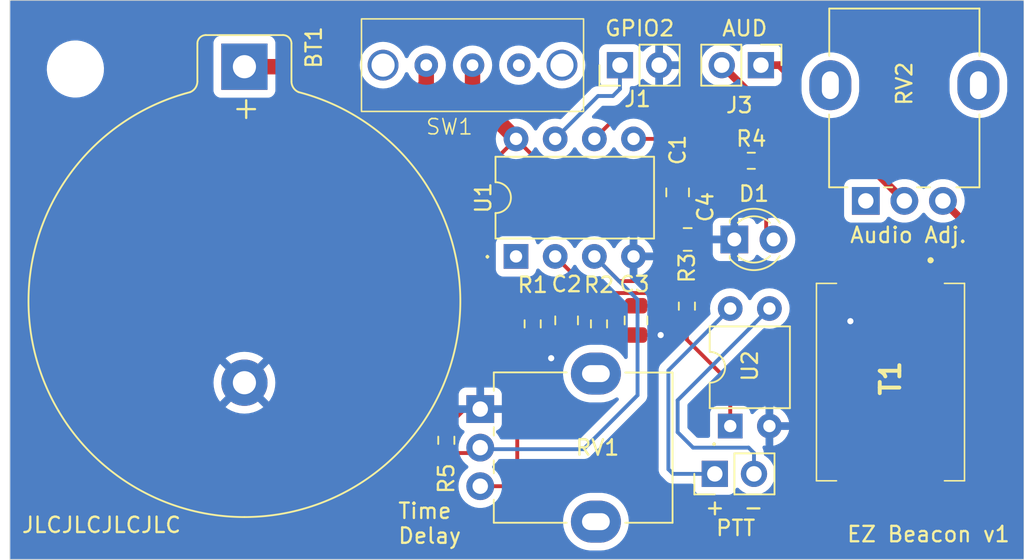
<source format=kicad_pcb>
(kicad_pcb (version 20221018) (generator pcbnew)
  (layers (0 "F.Cu" signal) (31 "B.Cu" signal) (34 "B.Paste" user) (35 "F.Paste" user) (36 "B.SilkS" user "B.Silkscreen") (37 "F.SilkS" user "F.Silkscreen") (38 "B.Mask" user) (39 "F.Mask" user) (44 "Edge.Cuts" user))
  (net 0 "")
  (net 1 "GND")
  (net 2 "Net-(BT1-+)")
  (net 3 "Net-(C2-Pad1)")
  (net 4 "CIPO")
  (net 5 "D2")
  (net 6 "COPI")
  (net 7 "RESET")
  (net 8 "Net-(J3-Pin_1)")
  (net 9 "Net-(J3-Pin_2)")
  (net 10 "+3.3V")
  (net 11 "D3")
  (net 12 "Net-(R3-Pad2)")
  (net 13 "ADC2")
  (net 16 "Net-(C3-Pad1)")
  (net 17 "Net-(J2-Pin_1)")
  (net 18 "Net-(J2-Pin_2)")
  (net 19 "Net-(D1-A)")
  (net 21 "Net-(RV2-Pad3)")
  (footprint "Capacitor_SMD:C_0805_2012Metric" (layer "F.Cu") (at 165.6 95.55 -90)
    (fp_text reference "C2" (at -2.35 0 -180) (layer "F.SilkS"))
    (fp_text value "20u")
    (fp_line (start -0.261252 -0.735) (end 0.261252 -0.735) (stroke (width 0.12)) (layer "F.SilkS"))
    (fp_line (start -0.261252 0.735) (end 0.261252 0.735) (stroke (width 0.12)) (layer "F.SilkS"))
    (pad "1" smd roundrect (at -0.95 0 270) (size 1 1.45) (layers "F.Cu" "F.Paste" "F.Mask") (net 3 "Net-(C2-Pad1)"))
    (pad "2" smd roundrect (at 0.95 0 270) (size 1 1.45) (layers "F.Cu" "F.Paste" "F.Mask") (net 1 "GND"))
  )
  (footprint "Connector_PinHeader_2.54mm:PinHeader_1x02_P2.54mm_Vertical" (layer "F.Cu") (at 178.2 79 -90)
    (fp_text reference "J3" (at 2.6 1.4 -180) (layer "F.SilkS"))
    (fp_text value "Conn_01x02_Socket" hide)
    (fp_line (start -1.33 -1.33) (end 0 -1.33) (stroke (width 0.12)) (layer "F.SilkS"))
    (fp_line (start -1.33 0) (end -1.33 -1.33) (stroke (width 0.12)) (layer "F.SilkS"))
    (fp_line (start -1.33 1.27) (end -1.33 3.87) (stroke (width 0.12)) (layer "F.SilkS"))
    (fp_line (start -1.33 1.27) (end 1.33 1.27) (stroke (width 0.12)) (layer "F.SilkS"))
    (fp_line (start -1.33 3.87) (end 1.33 3.87) (stroke (width 0.12)) (layer "F.SilkS"))
    (fp_line (start 1.33 1.27) (end 1.33 3.87) (stroke (width 0.12)) (layer "F.SilkS"))
    (pad "1" thru_hole rect (at 0 0 270) (size 1.7 1.7) (drill 1) (layers "*.Cu" "*.Mask") (net 8 "Net-(J3-Pin_1)"))
    (pad "2" thru_hole oval (at 0 2.54 270) (size 1.7 1.7) (drill 1) (layers "*.Cu" "*.Mask") (net 9 "Net-(J3-Pin_2)"))
  )
  (footprint "Resistor_SMD:R_0603_1608Metric" (layer "F.Cu") (at 167.7 95.775 90)
    (fp_text reference "R2" (at 2.525 0 180) (layer "F.SilkS"))
    (fp_text value "80")
    (fp_line (start -0.237258 -0.5225) (end 0.237258 -0.5225) (stroke (width 0.12)) (layer "F.SilkS"))
    (fp_line (start -0.237258 0.5225) (end 0.237258 0.5225) (stroke (width 0.12)) (layer "F.SilkS"))
    (pad "1" smd roundrect (at -0.825 0 90) (size 0.8 0.95) (layers "F.Cu" "F.Paste" "F.Mask") (net 3 "Net-(C2-Pad1)"))
    (pad "2" smd roundrect (at 0.825 0 90) (size 0.8 0.95) (layers "F.Cu" "F.Paste" "F.Mask") (net 16 "Net-(C3-Pad1)"))
  )
  (footprint "Resistor_SMD:R_0603_1608Metric" (layer "F.Cu") (at 173.4 94.625 -90)
    (fp_text reference "R3" (at -2.475 0 90) (layer "F.SilkS"))
    (fp_text value "100")
    (fp_line (start -0.237258 -0.5225) (end 0.237258 -0.5225) (stroke (width 0.12)) (layer "F.SilkS"))
    (fp_line (start -0.237258 0.5225) (end 0.237258 0.5225) (stroke (width 0.12)) (layer "F.SilkS"))
    (pad "1" smd roundrect (at -0.825 0 270) (size 0.8 0.95) (layers "F.Cu" "F.Paste" "F.Mask") (net 11 "D3"))
    (pad "2" smd roundrect (at 0.825 0 270) (size 0.8 0.95) (layers "F.Cu" "F.Paste" "F.Mask") (net 12 "Net-(R3-Pad2)"))
  )
  (footprint "Connector_PinHeader_2.54mm:PinHeader_1x02_P2.54mm_Vertical" (layer "F.Cu") (at 169.06 79 90)
    (fp_text reference "J1" (at -2.2 1.14 180) (layer "F.SilkS"))
    (fp_text value "Conn_01x02_Socket" hide)
    (fp_line (start -1.33 -1.33) (end 0 -1.33) (stroke (width 0.12)) (layer "F.SilkS"))
    (fp_line (start -1.33 0) (end -1.33 -1.33) (stroke (width 0.12)) (layer "F.SilkS"))
    (fp_line (start -1.33 1.27) (end -1.33 3.87) (stroke (width 0.12)) (layer "F.SilkS"))
    (fp_line (start -1.33 1.27) (end 1.33 1.27) (stroke (width 0.12)) (layer "F.SilkS"))
    (fp_line (start -1.33 3.87) (end 1.33 3.87) (stroke (width 0.12)) (layer "F.SilkS"))
    (fp_line (start 1.33 1.27) (end 1.33 3.87) (stroke (width 0.12)) (layer "F.SilkS"))
    (pad "1" thru_hole rect (at 0 0 90) (size 1.7 1.7) (drill 1) (layers "*.Cu" "*.Mask") (net 5 "D2"))
    (pad "2" thru_hole oval (at 0 2.54 90) (size 1.7 1.7) (drill 1) (layers "*.Cu" "*.Mask") (net 1 "GND"))
  )
  (footprint "Connector_PinHeader_2.54mm:PinHeader_1x02_P2.54mm_Vertical" (layer "F.Cu") (at 175.21 105.5 90)
    (fp_text reference "J2" hide)
    (fp_text value "Conn_01x02_Socket" hide)
    (fp_line (start -1.33 -1.33) (end 0 -1.33) (stroke (width 0.12)) (layer "F.SilkS"))
    (fp_line (start -1.33 0) (end -1.33 -1.33) (stroke (width 0.12)) (layer "F.SilkS"))
    (fp_line (start -1.33 1.27) (end -1.33 3.87) (stroke (width 0.12)) (layer "F.SilkS"))
    (fp_line (start -1.33 1.27) (end 1.33 1.27) (stroke (width 0.12)) (layer "F.SilkS"))
    (fp_line (start -1.33 3.87) (end 1.33 3.87) (stroke (width 0.12)) (layer "F.SilkS"))
    (fp_line (start 1.33 1.27) (end 1.33 3.87) (stroke (width 0.12)) (layer "F.SilkS"))
    (pad "1" thru_hole rect (at 0 0 90) (size 1.7 1.7) (drill 1) (layers "*.Cu" "*.Mask") (net 17 "Net-(J2-Pin_1)"))
    (pad "2" thru_hole oval (at 0 2.54 90) (size 1.7 1.7) (drill 1) (layers "*.Cu" "*.Mask") (net 18 "Net-(J2-Pin_2)"))
  )
  (footprint "Capacitor_SMD:C_0805_2012Metric" (layer "F.Cu") (at 173.45 90.3)
    (fp_text reference "C4" (at 1.15 -2.1 90) (layer "F.SilkS"))
    (fp_text value "1u")
    (fp_line (start -0.261252 -0.735) (end 0.261252 -0.735) (stroke (width 0.12)) (layer "F.SilkS"))
    (fp_line (start -0.261252 0.735) (end 0.261252 0.735) (stroke (width 0.12)) (layer "F.SilkS"))
    (pad "1" smd roundrect (at -0.95 0) (size 1 1.45) (layers "F.Cu" "F.Paste" "F.Mask") (net 13 "ADC2"))
    (pad "2" smd roundrect (at 0.95 0) (size 1 1.45) (layers "F.Cu" "F.Paste" "F.Mask") (net 1 "GND"))
  )
  (footprint "Library:SMLP5001E" (layer "F.Cu") (at 186.6 99.3 -90)
    (fp_text reference "T1" (at 0 0 -90) (layer "F.SilkS") (effects (font (size 1.27 1.27) (thickness 0.254))))
    (fp_text value "SM-LP-5001E" hide)
    (fp_line (start -7.65 -2.7) (end -7.65 -2.7) (stroke (width 0.2)) (layer "F.SilkS"))
    (fp_line (start -7.65 -2.5) (end -7.65 -2.5) (stroke (width 0.2)) (layer "F.SilkS"))
    (fp_line (start -6.15 -4.8) (end 6.65 -4.8) (stroke (width 0.1)) (layer "F.SilkS"))
    (fp_line (start -6.15 -3.5) (end -6.15 -4.8) (stroke (width 0.1)) (layer "F.SilkS"))
    (fp_line (start -6.15 3.5) (end -6.15 4.8) (stroke (width 0.1)) (layer "F.SilkS"))
    (fp_line (start -6.15 4.8) (end 6.65 4.8) (stroke (width 0.1)) (layer "F.SilkS"))
    (fp_line (start 6.65 -4.8) (end 6.65 -3.5) (stroke (width 0.1)) (layer "F.SilkS"))
    (fp_line (start 6.65 4.8) (end 6.65 3.5) (stroke (width 0.1)) (layer "F.SilkS"))
    (fp_arc (start -7.65 -2.7) (mid -7.55 -2.6) (end -7.65 -2.5) (stroke (width 0.2)) (layer "F.SilkS"))
    (fp_arc (start -7.65 -2.5) (mid -7.75 -2.6) (end -7.65 -2.7) (stroke (width 0.2)) (layer "F.SilkS"))
    (pad "1" smd rect (at -6 -2.54) (size 1.5 2.5) (layers "F.Cu" "F.Paste" "F.Mask") (net 16 "Net-(C3-Pad1)"))
    (pad "2" smd rect (at -6 0) (size 1.5 2.5) (layers "F.Cu" "F.Paste" "F.Mask"))
    (pad "3" smd rect (at -6 2.54) (size 1.5 2.5) (layers "F.Cu" "F.Paste" "F.Mask") (net 1 "GND"))
    (pad "4" smd rect (at 6.5 2.54) (size 1.5 2.5) (layers "F.Cu" "F.Paste" "F.Mask") (net 9 "Net-(J3-Pin_2)"))
    (pad "5" smd rect (at 6.5 0) (size 1.5 2.5) (layers "F.Cu" "F.Paste" "F.Mask"))
    (pad "6" smd rect (at 6.5 -2.54) (size 1.5 2.5) (layers "F.Cu" "F.Paste" "F.Mask") (net 21 "Net-(RV2-Pad3)"))
  )
  (footprint "Library:SLW-121586" (layer "F.Cu") (at 159.5 79)
    (fp_text reference "SW1" (at -1.5 4 unlocked) (layer "F.SilkS") (effects (font (thickness 0.1))))
    (fp_text value "SW_Push")
    (fp_rect (start -7.2 -3) (end 7.2 3) (stroke (width 0.1)) (fill none) (layer "F.SilkS"))
    (pad "" np_thru_hole circle (at -5.8 0) (size 2 2) (drill 1.5) (layers "F&B.Cu" "*.Mask"))
    (pad "" np_thru_hole circle (at 5.8 0) (size 2 2) (drill 1.5) (layers "F&B.Cu" "*.Mask"))
    (pad "1" thru_hole circle (at -3 0) (size 1.524 1.524) (drill 0.762) (layers "*.Cu" "*.Mask") (net 2 "Net-(BT1-+)"))
    (pad "2" thru_hole circle (at 0 0) (size 1.524 1.524) (drill 0.762) (layers "*.Cu" "*.Mask") (net 10 "+3.3V"))
    (pad "3" thru_hole circle (at 3 0) (size 1.524 1.524) (drill 0.762) (layers "*.Cu" "*.Mask"))
  )
  (footprint "LED_THT:LED_D3.0mm" (layer "F.Cu") (at 176.475 90.3)
    (fp_text reference "D1" (at 1.27 -2.96) (layer "F.SilkS"))
    (fp_text value "LED")
    (fp_line (start -0.29 -1.236) (end -0.29 -1.08) (stroke (width 0.12)) (layer "F.SilkS"))
    (fp_line (start -0.29 1.08) (end -0.29 1.236) (stroke (width 0.12)) (layer "F.SilkS"))
    (fp_arc (start -0.29 -1.235516) (mid 1.366487 -1.987659) (end 2.942335 -1.078608) (stroke (width 0.12)) (layer "F.SilkS"))
    (fp_arc (start 0.229039 -1.08) (mid 1.270117 -1.5) (end 2.31113 -1.079837) (stroke (width 0.12)) (layer "F.SilkS"))
    (fp_arc (start 2.31113 1.079837) (mid 1.270117 1.5) (end 0.229039 1.08) (stroke (width 0.12)) (layer "F.SilkS"))
    (fp_arc (start 2.942335 1.078608) (mid 1.366487 1.987659) (end -0.29 1.235516) (stroke (width 0.12)) (layer "F.SilkS"))
    (pad "1" thru_hole rect (at 0 0) (size 1.8 1.8) (drill 0.9) (layers "*.Cu" "*.Mask") (net 1 "GND"))
    (pad "2" thru_hole circle (at 2.54 0) (size 1.8 1.8) (drill 0.9) (layers "*.Cu" "*.Mask") (net 19 "Net-(D1-A)"))
  )
  (footprint "Package_DIP:DIP-8_W7.62mm" (layer "F.Cu") (at 162.32 91.4 90)
    (fp_text reference "U1" (at 3.8 -2.12 90) (layer "F.SilkS"))
    (fp_text value "ATtiny85-20P")
    (fp_line (start 1.16 -1.33) (end 1.16 8.95) (stroke (width 0.12)) (layer "F.SilkS"))
    (fp_line (start 1.16 8.95) (end 6.46 8.95) (stroke (width 0.12)) (layer "F.SilkS"))
    (fp_line (start 2.81 -1.33) (end 1.16 -1.33) (stroke (width 0.12)) (layer "F.SilkS"))
    (fp_line (start 6.46 -1.33) (end 4.81 -1.33) (stroke (width 0.12)) (layer "F.SilkS"))
    (fp_line (start 6.46 8.95) (end 6.46 -1.33) (stroke (width 0.12)) (layer "F.SilkS"))
    (fp_arc (start 4.81 -1.33) (mid 3.81 -0.33) (end 2.81 -1.33) (stroke (width 0.12)) (layer "F.SilkS"))
    (pad "1" thru_hole rect (at 0 0 90) (size 1.6 1.6) (drill 0.8) (layers "*.Cu" "*.Mask") (net 7 "RESET"))
    (pad "2" thru_hole oval (at 0 2.54 90) (size 1.6 1.6) (drill 0.8) (layers "*.Cu" "*.Mask") (net 11 "D3"))
    (pad "3" thru_hole oval (at 0 5.08 90) (size 1.6 1.6) (drill 0.8) (layers "*.Cu" "*.Mask") (net 13 "ADC2"))
    (pad "4" thru_hole oval (at 0 7.62 90) (size 1.6 1.6) (drill 0.8) (layers "*.Cu" "*.Mask") (net 1 "GND"))
    (pad "5" thru_hole oval (at 7.62 7.62 90) (size 1.6 1.6) (drill 0.8) (layers "*.Cu" "*.Mask") (net 6 "COPI"))
    (pad "6" thru_hole oval (at 7.62 5.08 90) (size 1.6 1.6) (drill 0.8) (layers "*.Cu" "*.Mask") (net 4 "CIPO"))
    (pad "7" thru_hole oval (at 7.62 2.54 90) (size 1.6 1.6) (drill 0.8) (layers "*.Cu" "*.Mask") (net 5 "D2"))
    (pad "8" thru_hole oval (at 7.62 0 90) (size 1.6 1.6) (drill 0.8) (layers "*.Cu" "*.Mask") (net 10 "+3.3V"))
  )
  (footprint "Resistor_SMD:R_0603_1608Metric" (layer "F.Cu") (at 177.575 85.2)
    (fp_text reference "R4" (at 0 -1.43) (layer "F.SilkS"))
    (fp_text value "100")
    (fp_line (start -0.237258 -0.5225) (end 0.237258 -0.5225) (stroke (width 0.12)) (layer "F.SilkS"))
    (fp_line (start -0.237258 0.5225) (end 0.237258 0.5225) (stroke (width 0.12)) (layer "F.SilkS"))
    (pad "1" smd roundrect (at -0.825 0) (size 0.8 0.95) (layers "F.Cu" "F.Paste" "F.Mask") (net 4 "CIPO"))
    (pad "2" smd roundrect (at 0.825 0) (size 0.8 0.95) (layers "F.Cu" "F.Paste" "F.Mask") (net 19 "Net-(D1-A)"))
  )
  (footprint "Capacitor_SMD:C_0805_2012Metric" (layer "F.Cu") (at 172.8 87.25 -90)
    (fp_text reference "C1" (at -2.75 0 90) (layer "F.SilkS"))
    (fp_text value "1u")
    (fp_line (start -0.261252 -0.735) (end 0.261252 -0.735) (stroke (width 0.12)) (layer "F.SilkS"))
    (fp_line (start -0.261252 0.735) (end 0.261252 0.735) (stroke (width 0.12)) (layer "F.SilkS"))
    (pad "1" smd roundrect (at -0.95 0 270) (size 1 1.45) (layers "F.Cu" "F.Paste" "F.Mask") (net 10 "+3.3V"))
    (pad "2" smd roundrect (at 0.95 0 270) (size 1 1.45) (layers "F.Cu" "F.Paste" "F.Mask") (net 1 "GND"))
  )
  (footprint "Package_DIP:DIP-4_W7.62mm" (layer "F.Cu") (at 176.21 102.4 90)
    (fp_text reference "U2" (at 3.9 1.275 90) (layer "F.SilkS"))
    (fp_text value "PC817" hide)
    (fp_line (start 1.16 -1.33) (end 1.16 3.87) (stroke (width 0.12)) (layer "F.SilkS"))
    (fp_line (start 1.16 3.87) (end 6.46 3.87) (stroke (width 0.12)) (layer "F.SilkS"))
    (fp_line (start 2.81 -1.33) (end 1.16 -1.33) (stroke (width 0.12)) (layer "F.SilkS"))
    (fp_line (start 6.46 -1.33) (end 4.81 -1.33) (stroke (width 0.12)) (layer "F.SilkS"))
    (fp_line (start 6.46 3.87) (end 6.46 -1.33) (stroke (width 0.12)) (layer "F.SilkS"))
    (fp_arc (start 4.81 -1.33) (mid 3.81 -0.33) (end 2.81 -1.33) (stroke (width 0.12)) (layer "F.SilkS"))
    (pad "1" thru_hole rect (at 0 0 90) (size 1.6 1.6) (drill 0.8) (layers "*.Cu" "*.Mask") (net 12 "Net-(R3-Pad2)"))
    (pad "2" thru_hole oval (at 0 2.54 90) (size 1.6 1.6) (drill 0.8) (layers "*.Cu" "*.Mask") (net 1 "GND"))
    (pad "3" thru_hole oval (at 7.62 2.54 90) (size 1.6 1.6) (drill 0.8) (layers "*.Cu" "*.Mask") (net 18 "Net-(J2-Pin_2)"))
    (pad "4" thru_hole oval (at 7.62 0 90) (size 1.6 1.6) (drill 0.8) (layers "*.Cu" "*.Mask") (net 17 "Net-(J2-Pin_1)"))
  )
  (footprint "Potentiometer_THT:Potentiometer_Alpha_RD901F-40-00D_Single_Vertical" (layer "F.Cu") (at 160 101.3)
    (fp_text reference "RV1" (at 7.6 2.5) (layer "F.SilkS"))
    (fp_text value "R_Potentiometer" hide)
    (fp_line (start 0.88 -2.38) (end 5.6 -2.38) (stroke (width 0.12)) (layer "F.SilkS"))
    (fp_line (start 0.88 -1.19) (end 0.88 -2.37) (stroke (width 0.12)) (layer "F.SilkS"))
    (fp_line (start 0.88 1.71) (end 0.88 1.18) (stroke (width 0.12)) (layer "F.SilkS"))
    (fp_line (start 0.88 4.16) (end 0.88 3.33) (stroke (width 0.12)) (layer "F.SilkS"))
    (fp_line (start 0.88 7.37) (end 0.88 5.88) (stroke (width 0.12)) (layer "F.SilkS"))
    (fp_line (start 0.88 7.37) (end 5.6 7.37) (stroke (width 0.12)) (layer "F.SilkS"))
    (fp_line (start 9.41 -2.37) (end 12.47 -2.37) (stroke (width 0.12)) (layer "F.SilkS"))
    (fp_line (start 9.41 7.37) (end 12.47 7.37) (stroke (width 0.12)) (layer "F.SilkS"))
    (fp_line (start 12.47 7.37) (end 12.47 -2.37) (stroke (width 0.12)) (layer "F.SilkS"))
    (pad "" thru_hole oval (at 7.5 -2.3 90) (size 2.72 3.24) (drill oval 1.1 1.8) (layers "*.Cu" "*.Mask"))
    (pad "" thru_hole oval (at 7.5 7.3 90) (size 2.72 3.24) (drill oval 1.1 1.8) (layers "*.Cu" "*.Mask"))
    (pad "1" thru_hole rect (at 0 0 90) (size 1.8 1.8) (drill 1) (layers "*.Cu" "*.Mask") (net 1 "GND"))
    (pad "2" thru_hole circle (at 0 2.5 90) (size 1.8 1.8) (drill 1) (layers "*.Cu" "*.Mask") (net 13 "ADC2"))
    (pad "3" thru_hole circle (at 0 5 90) (size 1.8 1.8) (drill 1) (layers "*.Cu" "*.Mask") (net 10 "+3.3V"))
  )
  (footprint "Resistor_SMD:R_0603_1608Metric" (layer "F.Cu") (at 163.4 95.775 -90)
    (fp_text reference "R1" (at -2.525 0 -180) (layer "F.SilkS"))
    (fp_text value "100")
    (fp_line (start -0.237258 -0.5225) (end 0.237258 -0.5225) (stroke (width 0.12)) (layer "F.SilkS"))
    (fp_line (start -0.237258 0.5225) (end 0.237258 0.5225) (stroke (width 0.12)) (layer "F.SilkS"))
    (pad "1" smd roundrect (at -0.825 0 270) (size 0.8 0.95) (layers "F.Cu" "F.Paste" "F.Mask") (net 6 "COPI"))
    (pad "2" smd roundrect (at 0.825 0 270) (size 0.8 0.95) (layers "F.Cu" "F.Paste" "F.Mask") (net 3 "Net-(C2-Pad1)"))
  )
  (footprint "MountingHole:MountingHole_3.2mm_M3_DIN965" (layer "F.Cu") (at 133.75 79.25)
    (fp_text reference "REF**" hide)
    (fp_text value "MountingHole_3.2mm_M3_DIN965" hide)
    (pad "" np_thru_hole circle (at 0 0) (size 3.2 3.2) (drill 3.2) (layers "*.Cu" "*.Mask"))
  )
  (footprint "Battery:BatteryHolder_Keystone_106_1x20mm" (layer "F.Cu") (at 144.71 79.1 -90)
    (fp_text reference "BT1" (at -1.25 -4.5 90) (layer "F.SilkS"))
    (fp_text value "Battery_Cell")
    (fp_text user "+" (at 2.75 0 90) (layer "F.SilkS") (effects (font (size 1.5 1.5))))
    (fp_line (start -2.05 -2.5) (end -2.05 2.5) (stroke (width 0.12)) (layer "F.SilkS"))
    (fp_line (start -1.5 3.05) (end 0.95 3.05) (stroke (width 0.12)) (layer "F.SilkS"))
    (fp_line (start 0.95 -3.05) (end -1.5 -3.05) (stroke (width 0.12)) (layer "F.SilkS"))
    (fp_arc (start -2.05 -2.5) (mid -1.888909 -2.888909) (end -1.5 -3.05) (stroke (width 0.12)) (layer "F.SilkS"))
    (fp_arc (start -1.5 3.05) (mid -1.888909 2.888909) (end -2.05 2.5) (stroke (width 0.12)) (layer "F.SilkS"))
    (fp_arc (start 0.95 3.05) (mid 1.371573 3.1784) (end 1.65 3.52) (stroke (width 0.12)) (layer "F.SilkS"))
    (fp_arc (start 1.65 -3.52) (mid 1.371574 -3.178401) (end 0.95 -3.05) (stroke (width 0.12)) (layer "F.SilkS"))
    (fp_arc (start 1.65 -3.52) (mid 16.974433 -13.886953) (end 29.2 0) (stroke (width 0.12)) (layer "F.SilkS"))
    (fp_arc (start 29.2 0) (mid 16.974433 13.886954) (end 1.65 3.52) (stroke (width 0.12)) (layer "F.SilkS"))
    (pad "1" thru_hole rect (at 0 0 270) (size 3 3) (drill 1.5) (layers "*.Cu" "*.Mask") (net 2 "Net-(BT1-+)"))
    (pad "2" thru_hole circle (at 20.49 0 270) (size 3 3) (drill 1.5) (layers "*.Cu" "*.Mask") (net 1 "GND"))
  )
  (footprint "Resistor_SMD:R_0603_1608Metric" (layer "F.Cu") (at 157.8 103.325 90)
    (fp_text reference "R5" (at -2.475 0 90) (layer "F.SilkS"))
    (fp_text value "100k")
    (fp_line (start -0.237258 -0.5225) (end 0.237258 -0.5225) (stroke (width 0.12)) (layer "F.SilkS"))
    (fp_line (start -0.237258 0.5225) (end 0.237258 0.5225) (stroke (width 0.12)) (layer "F.SilkS"))
    (pad "1" smd roundrect (at -0.825 0 90) (size 0.8 0.95) (layers "F.Cu" "F.Paste" "F.Mask") (net 13 "ADC2"))
    (pad "2" smd roundrect (at 0.825 0 90) (size 0.8 0.95) (layers "F.Cu" "F.Paste" "F.Mask") (net 1 "GND"))
  )
  (footprint "Capacitor_SMD:C_0805_2012Metric" (layer "F.Cu") (at 170.1 95.55 -90)
    (fp_text reference "C3" (at -2.35 0.1 -180) (layer "F.SilkS"))
    (fp_text value "20u")
    (fp_line (start -0.261252 -0.735) (end 0.261252 -0.735) (stroke (width 0.12)) (layer "F.SilkS"))
    (fp_line (start -0.261252 0.735) (end 0.261252 0.735) (stroke (width 0.12)) (layer "F.SilkS"))
    (pad "1" smd roundrect (at -0.95 0 270) (size 1 1.45) (layers "F.Cu" "F.Paste" "F.Mask") (net 16 "Net-(C3-Pad1)"))
    (pad "2" smd roundrect (at 0.95 0 270) (size 1 1.45) (layers "F.Cu" "F.Paste" "F.Mask") (net 1 "GND"))
  )
  (footprint "Potentiometer_THT:Potentiometer_Alpha_RD901F-40-00D_Single_Vertical" (layer "F.Cu") (at 185 87.8 90)
    (fp_text reference "RV2" (at 7.6 2.5 90) (layer "F.SilkS"))
    (fp_text value "R_Potentiometer" hide)
    (fp_line (start 0.88 -2.38) (end 5.6 -2.38) (stroke (width 0.12)) (layer "F.SilkS"))
    (fp_line (start 0.88 -1.19) (end 0.88 -2.37) (stroke (width 0.12)) (layer "F.SilkS"))
    (fp_line (start 0.88 1.71) (end 0.88 1.18) (stroke (width 0.12)) (layer "F.SilkS"))
    (fp_line (start 0.88 4.16) (end 0.88 3.33) (stroke (width 0.12)) (layer "F.SilkS"))
    (fp_line (start 0.88 7.37) (end 0.88 5.88) (stroke (width 0.12)) (layer "F.SilkS"))
    (fp_line (start 0.88 7.37) (end 5.6 7.37) (stroke (width 0.12)) (layer "F.SilkS"))
    (fp_line (start 9.41 -2.37) (end 12.47 -2.37) (stroke (width 0.12)) (layer "F.SilkS"))
    (fp_line (start 9.41 7.37) (end 12.47 7.37) (stroke (width 0.12)) (layer "F.SilkS"))
    (fp_line (start 12.47 7.37) (end 12.47 -2.37) (stroke (width 0.12)) (layer "F.SilkS"))
    (pad "" thru_hole oval (at 7.5 -2.3 180) (size 2.72 3.24) (drill oval 1.1 1.8) (layers "*.Cu" "*.Mask"))
    (pad "" thru_hole oval (at 7.5 7.3 180) (size 2.72 3.24) (drill oval 1.1 1.8) (layers "*.Cu" "*.Mask"))
    (pad "1" thru_hole rect (at 0 0 180) (size 1.8 1.8) (drill 1) (layers "*.Cu" "*.Mask"))
    (pad "2" thru_hole circle (at 0 2.5 180) (size 1.8 1.8) (drill 1) (layers "*.Cu" "*.Mask") (net 8 "Net-(J3-Pin_1)"))
    (pad "3" thru_hole circle (at 0 5 180) (size 1.8 1.8) (drill 1) (layers "*.Cu" "*.Mask") (net 21 "Net-(RV2-Pad3)"))
  )
  (gr_rect (start 129.5 74.8) (end 195.25 111.05) (stroke (width 0.05)) (fill none) (layer "Edge.Cuts"))
  (gr_text "EZ Beacon v1" (at 183.7 110) (layer "F.SilkS") (effects (font (size 1 1)) (justify left bottom)))
  (gr_text "+" (at 174.5 108.25) (layer "F.SilkS") (effects (font (size 1 1)) (justify left bottom)))
  (gr_text "." (at 160.8 91.6) (layer "F.SilkS") (effects (font (size 1 1)) (justify left bottom mirror)))
  (gr_text "GPIO2" (at 168 77.2) (layer "F.SilkS") (effects (font (size 1 1)) (justify left bottom)))
  (gr_text "JLCJLCJLCJLC" (at 130.2 109.4) (layer "F.SilkS") (effects (font (size 1 1)) (justify left bottom)))
  (gr_text "Audio Adj." (at 183.9 90.6) (layer "F.SilkS") (effects (font (size 1 1)) (justify left bottom)))
  (gr_text "Time\nDelay" (at 154.6 110.1) (layer "F.SilkS") (effects (font (size 1 1)) (justify left bottom)))
  (gr_text "PTT" (at 175.2 109.6) (layer "F.SilkS") (effects (font (size 1 1)) (justify left bottom)))
  (gr_text "AUD" (at 175.6 77.2) (layer "F.SilkS") (effects (font (size 1 1)) (justify left bottom)))
  (gr_text "-" (at 177 108.25) (layer "F.SilkS") (effects (font (size 1 1)) (justify left bottom)))
  (gr_text "." (at 175.5 103.75) (layer "F.SilkS") (effects (font (size 1 1)) (justify left bottom mirror)))
  (segment (start 165.6 96.5) (end 165.6 97) (width 0.25) (layer "F.Cu") (net 1))
  (segment (start 184.06 93.3) (end 184.06 95.54) (width 0.25) (layer "F.Cu") (net 1))
  (segment (start 169.94 91.4) (end 169.94 89.86) (width 0.25) (layer "F.Cu") (net 1))
  (segment (start 171.6 88.2) (end 172.8 88.2) (width 0.25) (layer "F.Cu") (net 1))
  (segment (start 157.8 102.5) (end 159 101.3) (width 0.25) (layer "F.Cu") (net 1))
  (segment (start 165.6 97) (end 164.6 98) (width 0.25) (layer "F.Cu") (net 1))
  (segment (start 159 101.3) (end 160 101.3) (width 0.25) (layer "F.Cu") (net 1))
  (segment (start 171.7 96.5) (end 170.1 96.5) (width 0.25) (layer "F.Cu") (net 1))
  (segment (start 174.4 90.3) (end 176.475 90.3) (width 0.25) (layer "F.Cu") (net 1))
  (segment (start 184.06 95.54) (end 184 95.6) (width 0.25) (layer "F.Cu") (net 1))
  (segment (start 169.94 89.86) (end 171.6 88.2) (width 0.25) (layer "F.Cu") (net 1))
  (via (at 171.7 96.5) (size 0.8) (drill 0.4) (layers "F.Cu" "B.Cu") (net 1))
  (via (at 184 95.6) (size 0.8) (drill 0.4) (layers "F.Cu" "B.Cu") (net 1))
  (via (at 164.6 98) (size 0.8) (drill 0.4) (layers "F.Cu" "B.Cu") (net 1))
  (segment (start 144.71 79.1) (end 148 79.1) (width 1) (layer "F.Cu") (net 2))
  (segment (start 156.5 80.3) (end 156.5 79) (width 1) (layer "F.Cu") (net 2))
  (segment (start 150.2 81.3) (end 155.5 81.3) (width 1) (layer "F.Cu") (net 2))
  (segment (start 155.5 81.3) (end 156.5 80.3) (width 1) (layer "F.Cu") (net 2))
  (segment (start 148 79.1) (end 150.2 81.3) (width 1) (layer "F.Cu") (net 2))
  (segment (start 165.7 94.6) (end 167.7 96.6) (width 0.25) (layer "F.Cu") (net 3))
  (segment (start 165.4 94.6) (end 165.6 94.6) (width 0.25) (layer "F.Cu") (net 3))
  (segment (start 163.4 96.6) (end 165.4 94.6) (width 0.25) (layer "F.Cu") (net 3))
  (segment (start 165.6 94.6) (end 165.7 94.6) (width 0.25) (layer "F.Cu") (net 3))
  (segment (start 167.4 83.78) (end 168.98 82.2) (width 0.25) (layer "F.Cu") (net 4))
  (segment (start 175.2 84.2) (end 176.2 85.2) (width 0.25) (layer "F.Cu") (net 4))
  (segment (start 175.2 83.2) (end 175.2 84.2) (width 0.25) (layer "F.Cu") (net 4))
  (segment (start 174.2 82.2) (end 175.2 83.2) (width 0.25) (layer "F.Cu") (net 4))
  (segment (start 176.2 85.2) (end 176.75 85.2) (width 0.25) (layer "F.Cu") (net 4))
  (segment (start 168.98 82.2) (end 174.2 82.2) (width 0.25) (layer "F.Cu") (net 4))
  (segment (start 169.06 80.54) (end 169.06 79) (width 0.25) (layer "B.Cu") (net 5))
  (segment (start 164.86 83.78) (end 167.64 81) (width 0.25) (layer "B.Cu") (net 5))
  (segment (start 167.64 81) (end 168.6 81) (width 0.25) (layer "B.Cu") (net 5))
  (segment (start 168.6 81) (end 169.06 80.54) (width 0.25) (layer "B.Cu") (net 5))
  (segment (start 172.58 83.78) (end 174.6 85.8) (width 0.25) (layer "F.Cu") (net 6))
  (segment (start 160 93.6) (end 161.4 95) (width 0.25) (layer "F.Cu") (net 6))
  (segment (start 169.94 83.78) (end 172.58 83.78) (width 0.25) (layer "F.Cu") (net 6))
  (segment (start 160 88.2) (end 160 93.6) (width 0.25) (layer "F.Cu") (net 6))
  (segment (start 174.6 86.6) (end 174 87.2) (width 0.25) (layer "F.Cu") (net 6))
  (segment (start 161 87.2) (end 160 88.2) (width 0.25) (layer "F.Cu") (net 6))
  (segment (start 174 87.2) (end 161 87.2) (width 0.25) (layer "F.Cu") (net 6))
  (segment (start 174.6 85.8) (end 174.6 86.6) (width 0.25) (layer "F.Cu") (net 6))
  (segment (start 163.35 95) (end 163.4 94.95) (width 0.25) (layer "F.Cu") (net 6))
  (segment (start 161.4 95) (end 163.35 95) (width 0.25) (layer "F.Cu") (net 6))
  (segment (start 179.8 79.4) (end 179.4 79) (width 0.5) (layer "F.Cu") (net 8))
  (segment (start 182.8 83.9) (end 179.8 80.9) (width 0.5) (layer "F.Cu") (net 8))
  (segment (start 187.5 87.8) (end 183.6 83.9) (width 0.5) (layer "F.Cu") (net 8))
  (segment (start 179.8 80.9) (end 179.8 79.4) (width 0.5) (layer "F.Cu") (net 8))
  (segment (start 183.6 83.9) (end 182.8 83.9) (width 0.5) (layer "F.Cu") (net 8))
  (segment (start 179.4 79) (end 178.2 79) (width 0.5) (layer "F.Cu") (net 8))
  (segment (start 190.9 89.8) (end 191.2 90.1) (width 0.5) (layer "F.Cu") (net 9))
  (segment (start 191.2 90.1) (end 191.2 102.9) (width 0.5) (layer "F.Cu") (net 9))
  (segment (start 175.66 79) (end 177.66 81) (width 0.5) (layer "F.Cu") (net 9))
  (segment (start 185.86 103.5) (end 184.06 105.3) (width 0.5) (layer "F.Cu") (net 9))
  (segment (start 182.1 89.8) (end 190.9 89.8) (width 0.5) (layer "F.Cu") (net 9))
  (segment (start 177.66 81) (end 178.8 81) (width 0.5) (layer "F.Cu") (net 9))
  (segment (start 178.8 81) (end 179.9 82.1) (width 0.5) (layer "F.Cu") (net 9))
  (segment (start 191.2 102.9) (end 190.6 103.5) (width 0.5) (layer "F.Cu") (net 9))
  (segment (start 179.9 82.1) (end 179.9 87.6) (width 0.5) (layer "F.Cu") (net 9))
  (segment (start 190.6 103.5) (end 185.86 103.5) (width 0.5) (layer "F.Cu") (net 9))
  (segment (start 184.06 105.3) (end 184.06 105.8) (width 0.5) (layer "F.Cu") (net 9))
  (segment (start 179.9 87.6) (end 182.1 89.8) (width 0.5) (layer "F.Cu") (net 9))
  (segment (start 162.32 83.78) (end 164.84 86.3) (width 0.25) (layer "F.Cu") (net 10))
  (segment (start 159.3 96.4) (end 162.4 99.5) (width 0.25) (layer "F.Cu") (net 10))
  (segment (start 162.4 99.5) (end 162.4 105.9) (width 0.25) (layer "F.Cu") (net 10))
  (segment (start 159.3 86.8) (end 159.3 96.4) (width 0.25) (layer "F.Cu") (net 10))
  (segment (start 162 106.3) (end 160 106.3) (width 0.25) (layer "F.Cu") (net 10))
  (segment (start 159.3 86.8) (end 162.32 83.78) (width 0.25) (layer "F.Cu") (net 10))
  (segment (start 162.32 83.78) (end 159.5 80.96) (width 1) (layer "F.Cu") (net 10))
  (segment (start 159.5 80.96) (end 159.5 79) (width 1) (layer "F.Cu") (net 10))
  (segment (start 164.84 86.3) (end 172.8 86.3) (width 0.25) (layer "F.Cu") (net 10))
  (segment (start 162.4 105.9) (end 162 106.3) (width 0.25) (layer "F.Cu") (net 10))
  (segment (start 167.235 93.775) (end 173.375 93.775) (width 0.25) (layer "F.Cu") (net 11))
  (segment (start 164.86 91.4) (end 167.235 93.775) (width 0.25) (layer "F.Cu") (net 11))
  (segment (start 173.375 93.775) (end 173.4 93.8) (width 0.25) (layer "F.Cu") (net 11))
  (segment (start 176.21 99.61) (end 173.4 96.8) (width 0.25) (layer "F.Cu") (net 12))
  (segment (start 176.21 102.4) (end 176.21 99.61) (width 0.25) (layer "F.Cu") (net 12))
  (segment (start 173.4 96.8) (end 173.4 95.45) (width 0.25) (layer "F.Cu") (net 12))
  (segment (start 157.8 104.15) (end 159.65 104.15) (width 0.25) (layer "F.Cu") (net 13))
  (segment (start 171.4 93) (end 169 93) (width 0.25) (layer "F.Cu") (net 13))
  (segment (start 172.5 90.3) (end 172.5 91.9) (width 0.25) (layer "F.Cu") (net 13))
  (segment (start 169 93) (end 167.4 91.4) (width 0.25) (layer "F.Cu") (net 13))
  (segment (start 159.65 104.15) (end 160 103.8) (width 0.25) (layer "F.Cu") (net 13))
  (segment (start 159.5 104.3) (end 160 103.8) (width 0.25) (layer "F.Cu") (net 13))
  (segment (start 172.5 91.9) (end 171.4 93) (width 0.25) (layer "F.Cu") (net 13))
  (segment (start 166.7 103.9) (end 170.2 100.4) (width 0.25) (layer "B.Cu") (net 13))
  (segment (start 170.2 94.2) (end 167.4 91.4) (width 0.25) (layer "B.Cu") (net 13))
  (segment (start 160.2 103.9) (end 166.7 103.9) (width 0.25) (layer "B.Cu") (net 13))
  (segment (start 170.2 100.4) (end 170.2 94.2) (width 0.25) (layer "B.Cu") (net 13))
  (segment (start 170.1 94.6) (end 174.2 94.6) (width 0.25) (layer "F.Cu") (net 16))
  (segment (start 168.7 94.6) (end 170.1 94.6) (width 0.25) (layer "F.Cu") (net 16))
  (segment (start 167.7 94.95) (end 168.35 94.95) (width 0.25) (layer "F.Cu") (net 16))
  (segment (start 168.35 94.95) (end 168.7 94.6) (width 0.25) (layer "F.Cu") (net 16))
  (segment (start 182.6 90.8) (end 188.8 90.8) (width 0.25) (layer "F.Cu") (net 16))
  (segment (start 174.6 94.2) (end 174.6 93.6) (width 0.25) (layer "F.Cu") (net 16))
  (segment (start 175 93.2) (end 180.2 93.2) (width 0.25) (layer "F.Cu") (net 16))
  (segment (start 174.6 93.6) (end 175 93.2) (width 0.25) (layer "F.Cu") (net 16))
  (segment (start 188.8 90.8) (end 189.14 91.14) (width 0.25) (layer "F.Cu") (net 16))
  (segment (start 180.2 93.2) (end 182.6 90.8) (width 0.25) (layer "F.Cu") (net 16))
  (segment (start 189.14 91.14) (end 189.14 93.3) (width 0.25) (layer "F.Cu") (net 16))
  (segment (start 174.2 94.6) (end 174.6 94.2) (width 0.25) (layer "F.Cu") (net 16))
  (segment (start 172.2 98.79) (end 172.2 105.2) (width 0.25) (layer "B.Cu") (net 17))
  (segment (start 176.21 94.78) (end 172.2 98.79) (width 0.25) (layer "B.Cu") (net 17))
  (segment (start 172.2 105.2) (end 172.5 105.5) (width 0.25) (layer "B.Cu") (net 17))
  (segment (start 172.5 105.5) (end 175.21 105.5) (width 0.25) (layer "B.Cu") (net 17))
  (segment (start 173.8 103.8) (end 177.4 103.8) (width 0.25) (layer "B.Cu") (net 18))
  (segment (start 172.8 100.73) (end 172.8 102.8) (width 0.25) (layer "B.Cu") (net 18))
  (segment (start 177.75 104.15) (end 177.75 105.5) (width 0.25) (layer "B.Cu") (net 18))
  (segment (start 178.75 94.78) (end 172.8 100.73) (width 0.25) (layer "B.Cu") (net 18))
  (segment (start 177.4 103.8) (end 177.75 104.15) (width 0.25) (layer "B.Cu") (net 18))
  (segment (start 172.8 102.8) (end 173.8 103.8) (width 0.25) (layer "B.Cu") (net 18))
  (segment (start 178.54 89.74) (end 178.54 85.34) (width 0.25) (layer "F.Cu") (net 19))
  (segment (start 178.54 85.34) (end 178.4 85.2) (width 0.25) (layer "F.Cu") (net 19))
  (segment (start 179.1 90.3) (end 178.54 89.74) (width 0.25) (layer "F.Cu") (net 19))
  (segment (start 192 104.7) (end 192 89.8) (width 0.5) (layer "F.Cu") (net 21))
  (segment (start 190.9 105.8) (end 192 104.7) (width 0.5) (layer "F.Cu") (net 21))
  (segment (start 192 89.8) (end 190 87.8) (width 0.5) (layer "F.Cu") (net 21))
  (segment (start 189.14 105.8) (end 190.9 105.8) (width 0.5) (layer "F.Cu") (net 21))
  (zone (net 1) (net_name "GND") (layer "B.Cu") (connect_pads (clearance 0.508)) (min_thickness 0.25) (fill yes (thermal_gap 0.5) (thermal_bridge_width 0.5))
    (polygon (pts (xy 129.5 74.8) (xy 129.5 111.05) (xy 195.25 111.05) (xy 195.25 74.8)))
  )
)
</source>
